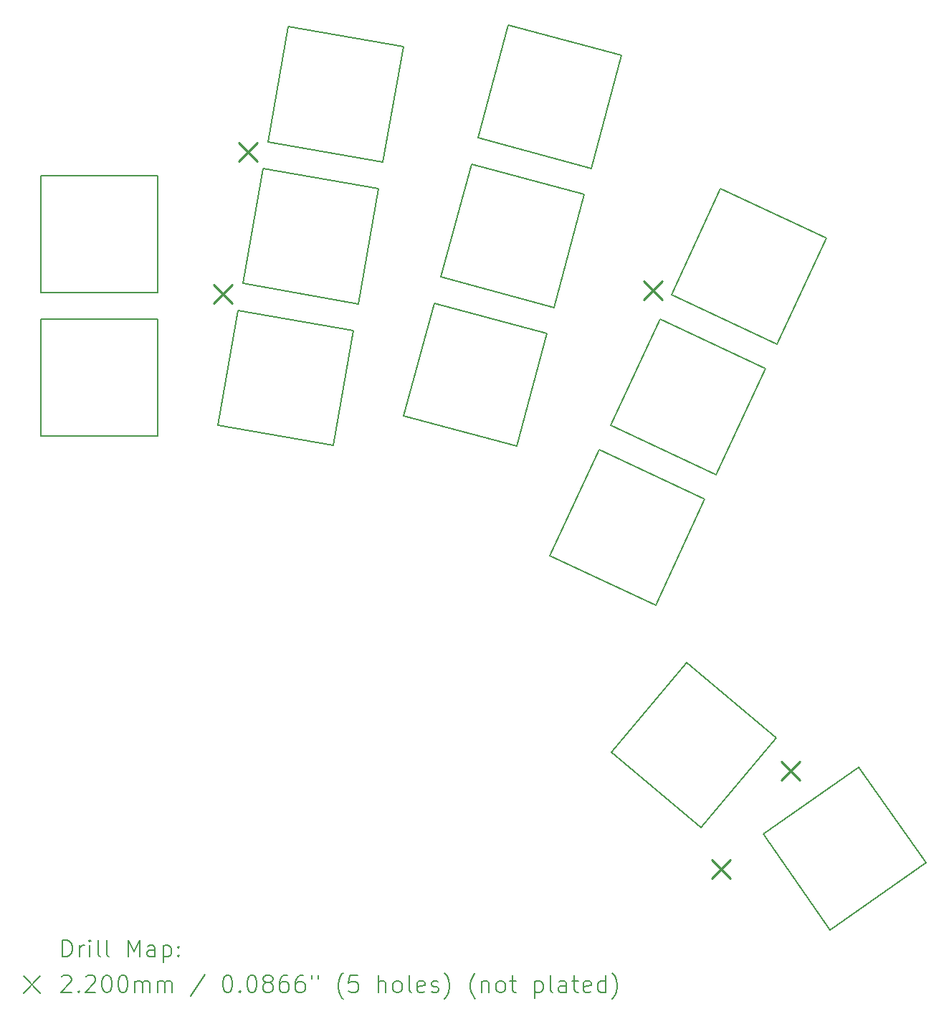
<source format=gbr>
%TF.GenerationSoftware,KiCad,Pcbnew,8.0.8+1*%
%TF.CreationDate,2025-05-19T02:25:45+00:00*%
%TF.ProjectId,frontplate,66726f6e-7470-46c6-9174-652e6b696361,0.2*%
%TF.SameCoordinates,Original*%
%TF.FileFunction,Drillmap*%
%TF.FilePolarity,Positive*%
%FSLAX45Y45*%
G04 Gerber Fmt 4.5, Leading zero omitted, Abs format (unit mm)*
G04 Created by KiCad (PCBNEW 8.0.8+1) date 2025-05-19 02:25:45*
%MOMM*%
%LPD*%
G01*
G04 APERTURE LIST*
%ADD10C,0.150000*%
%ADD11C,0.200000*%
%ADD12C,0.220000*%
G04 APERTURE END LIST*
D10*
X9310000Y-8990000D02*
X10690000Y-8990000D01*
X10690000Y-8990000D02*
X10690000Y-7610000D01*
X10690000Y-7610000D02*
X9310000Y-7610000D01*
X9310000Y-7610000D02*
X9310000Y-8990000D01*
X9310000Y-7290000D02*
X10690000Y-7290000D01*
X10690000Y-7290000D02*
X10690000Y-5910000D01*
X10690000Y-5910000D02*
X9310000Y-5910000D01*
X9310000Y-5910000D02*
X9310000Y-7290000D01*
X11400665Y-8859700D02*
X12759700Y-9099335D01*
X12759700Y-9099335D02*
X12999335Y-7740300D01*
X12999335Y-7740300D02*
X11640300Y-7500665D01*
X11640300Y-7500665D02*
X11400665Y-8859700D01*
X11695867Y-7185527D02*
X13054902Y-7425161D01*
X13054902Y-7425161D02*
X13294536Y-6066127D01*
X13294536Y-6066127D02*
X11935502Y-5826492D01*
X11935502Y-5826492D02*
X11695867Y-7185527D01*
X11991069Y-5511354D02*
X13350104Y-5750988D01*
X13350104Y-5750988D02*
X13589738Y-4391954D01*
X13589738Y-4391954D02*
X12230704Y-4152319D01*
X12230704Y-4152319D02*
X11991069Y-5511354D01*
X13595304Y-8751386D02*
X14928281Y-9108557D01*
X14928281Y-9108557D02*
X15285451Y-7775579D01*
X15285451Y-7775579D02*
X13952474Y-7418409D01*
X13952474Y-7418409D02*
X13595304Y-8751386D01*
X14035296Y-7109312D02*
X15368274Y-7466483D01*
X15368274Y-7466483D02*
X15725444Y-6133505D01*
X15725444Y-6133505D02*
X14392466Y-5776335D01*
X14392466Y-5776335D02*
X14035296Y-7109312D01*
X14475288Y-5467239D02*
X15808266Y-5824409D01*
X15808266Y-5824409D02*
X16165436Y-4491431D01*
X16165436Y-4491431D02*
X14832459Y-4134261D01*
X14832459Y-4134261D02*
X14475288Y-5467239D01*
X15318461Y-10398186D02*
X16569166Y-10981399D01*
X16569166Y-10981399D02*
X17152379Y-9730694D01*
X17152379Y-9730694D02*
X15901674Y-9147481D01*
X15901674Y-9147481D02*
X15318461Y-10398186D01*
X16036912Y-8857463D02*
X17287617Y-9440676D01*
X17287617Y-9440676D02*
X17870830Y-8189971D01*
X17870830Y-8189971D02*
X16620125Y-7606758D01*
X16620125Y-7606758D02*
X16036912Y-8857463D01*
X16755363Y-7316739D02*
X18006068Y-7899952D01*
X18006068Y-7899952D02*
X18589281Y-6649248D01*
X18589281Y-6649248D02*
X17338576Y-6066035D01*
X17338576Y-6066035D02*
X16755363Y-7316739D01*
X17106585Y-13609863D02*
X17993632Y-12552721D01*
X17993632Y-12552721D02*
X16936490Y-11665674D01*
X16936490Y-11665674D02*
X16049443Y-12722816D01*
X16049443Y-12722816D02*
X17106585Y-13609863D01*
X18632651Y-14815811D02*
X19763081Y-14024276D01*
X19763081Y-14024276D02*
X18971546Y-12893846D01*
X18971546Y-12893846D02*
X17841116Y-13685382D01*
X17841116Y-13685382D02*
X18632651Y-14815811D01*
D11*
D12*
X11351274Y-7196630D02*
X11571274Y-7416630D01*
X11571274Y-7196630D02*
X11351274Y-7416630D01*
X11646476Y-5522457D02*
X11866476Y-5742457D01*
X11866476Y-5522457D02*
X11646476Y-5742457D01*
X16432656Y-7158418D02*
X16652656Y-7378418D01*
X16652656Y-7158418D02*
X16432656Y-7378418D01*
X17232875Y-13987123D02*
X17452875Y-14207123D01*
X17452875Y-13987123D02*
X17232875Y-14207123D01*
X18053650Y-12833031D02*
X18273650Y-13053031D01*
X18273650Y-12833031D02*
X18053650Y-13053031D01*
D11*
X9563277Y-15134795D02*
X9563277Y-14934795D01*
X9563277Y-14934795D02*
X9610896Y-14934795D01*
X9610896Y-14934795D02*
X9639467Y-14944319D01*
X9639467Y-14944319D02*
X9658515Y-14963367D01*
X9658515Y-14963367D02*
X9668039Y-14982414D01*
X9668039Y-14982414D02*
X9677563Y-15020509D01*
X9677563Y-15020509D02*
X9677563Y-15049081D01*
X9677563Y-15049081D02*
X9668039Y-15087176D01*
X9668039Y-15087176D02*
X9658515Y-15106224D01*
X9658515Y-15106224D02*
X9639467Y-15125271D01*
X9639467Y-15125271D02*
X9610896Y-15134795D01*
X9610896Y-15134795D02*
X9563277Y-15134795D01*
X9763277Y-15134795D02*
X9763277Y-15001462D01*
X9763277Y-15039557D02*
X9772801Y-15020509D01*
X9772801Y-15020509D02*
X9782324Y-15010986D01*
X9782324Y-15010986D02*
X9801372Y-15001462D01*
X9801372Y-15001462D02*
X9820420Y-15001462D01*
X9887086Y-15134795D02*
X9887086Y-15001462D01*
X9887086Y-14934795D02*
X9877563Y-14944319D01*
X9877563Y-14944319D02*
X9887086Y-14953843D01*
X9887086Y-14953843D02*
X9896610Y-14944319D01*
X9896610Y-14944319D02*
X9887086Y-14934795D01*
X9887086Y-14934795D02*
X9887086Y-14953843D01*
X10010896Y-15134795D02*
X9991848Y-15125271D01*
X9991848Y-15125271D02*
X9982324Y-15106224D01*
X9982324Y-15106224D02*
X9982324Y-14934795D01*
X10115658Y-15134795D02*
X10096610Y-15125271D01*
X10096610Y-15125271D02*
X10087086Y-15106224D01*
X10087086Y-15106224D02*
X10087086Y-14934795D01*
X10344229Y-15134795D02*
X10344229Y-14934795D01*
X10344229Y-14934795D02*
X10410896Y-15077652D01*
X10410896Y-15077652D02*
X10477563Y-14934795D01*
X10477563Y-14934795D02*
X10477563Y-15134795D01*
X10658515Y-15134795D02*
X10658515Y-15030033D01*
X10658515Y-15030033D02*
X10648991Y-15010986D01*
X10648991Y-15010986D02*
X10629944Y-15001462D01*
X10629944Y-15001462D02*
X10591848Y-15001462D01*
X10591848Y-15001462D02*
X10572801Y-15010986D01*
X10658515Y-15125271D02*
X10639467Y-15134795D01*
X10639467Y-15134795D02*
X10591848Y-15134795D01*
X10591848Y-15134795D02*
X10572801Y-15125271D01*
X10572801Y-15125271D02*
X10563277Y-15106224D01*
X10563277Y-15106224D02*
X10563277Y-15087176D01*
X10563277Y-15087176D02*
X10572801Y-15068129D01*
X10572801Y-15068129D02*
X10591848Y-15058605D01*
X10591848Y-15058605D02*
X10639467Y-15058605D01*
X10639467Y-15058605D02*
X10658515Y-15049081D01*
X10753753Y-15001462D02*
X10753753Y-15201462D01*
X10753753Y-15010986D02*
X10772801Y-15001462D01*
X10772801Y-15001462D02*
X10810896Y-15001462D01*
X10810896Y-15001462D02*
X10829944Y-15010986D01*
X10829944Y-15010986D02*
X10839467Y-15020509D01*
X10839467Y-15020509D02*
X10848991Y-15039557D01*
X10848991Y-15039557D02*
X10848991Y-15096700D01*
X10848991Y-15096700D02*
X10839467Y-15115748D01*
X10839467Y-15115748D02*
X10829944Y-15125271D01*
X10829944Y-15125271D02*
X10810896Y-15134795D01*
X10810896Y-15134795D02*
X10772801Y-15134795D01*
X10772801Y-15134795D02*
X10753753Y-15125271D01*
X10934705Y-15115748D02*
X10944229Y-15125271D01*
X10944229Y-15125271D02*
X10934705Y-15134795D01*
X10934705Y-15134795D02*
X10925182Y-15125271D01*
X10925182Y-15125271D02*
X10934705Y-15115748D01*
X10934705Y-15115748D02*
X10934705Y-15134795D01*
X10934705Y-15010986D02*
X10944229Y-15020509D01*
X10944229Y-15020509D02*
X10934705Y-15030033D01*
X10934705Y-15030033D02*
X10925182Y-15020509D01*
X10925182Y-15020509D02*
X10934705Y-15010986D01*
X10934705Y-15010986D02*
X10934705Y-15030033D01*
X9102500Y-15363311D02*
X9302500Y-15563311D01*
X9302500Y-15363311D02*
X9102500Y-15563311D01*
X9553753Y-15373843D02*
X9563277Y-15364319D01*
X9563277Y-15364319D02*
X9582324Y-15354795D01*
X9582324Y-15354795D02*
X9629944Y-15354795D01*
X9629944Y-15354795D02*
X9648991Y-15364319D01*
X9648991Y-15364319D02*
X9658515Y-15373843D01*
X9658515Y-15373843D02*
X9668039Y-15392890D01*
X9668039Y-15392890D02*
X9668039Y-15411938D01*
X9668039Y-15411938D02*
X9658515Y-15440509D01*
X9658515Y-15440509D02*
X9544229Y-15554795D01*
X9544229Y-15554795D02*
X9668039Y-15554795D01*
X9753753Y-15535748D02*
X9763277Y-15545271D01*
X9763277Y-15545271D02*
X9753753Y-15554795D01*
X9753753Y-15554795D02*
X9744229Y-15545271D01*
X9744229Y-15545271D02*
X9753753Y-15535748D01*
X9753753Y-15535748D02*
X9753753Y-15554795D01*
X9839467Y-15373843D02*
X9848991Y-15364319D01*
X9848991Y-15364319D02*
X9868039Y-15354795D01*
X9868039Y-15354795D02*
X9915658Y-15354795D01*
X9915658Y-15354795D02*
X9934705Y-15364319D01*
X9934705Y-15364319D02*
X9944229Y-15373843D01*
X9944229Y-15373843D02*
X9953753Y-15392890D01*
X9953753Y-15392890D02*
X9953753Y-15411938D01*
X9953753Y-15411938D02*
X9944229Y-15440509D01*
X9944229Y-15440509D02*
X9829944Y-15554795D01*
X9829944Y-15554795D02*
X9953753Y-15554795D01*
X10077563Y-15354795D02*
X10096610Y-15354795D01*
X10096610Y-15354795D02*
X10115658Y-15364319D01*
X10115658Y-15364319D02*
X10125182Y-15373843D01*
X10125182Y-15373843D02*
X10134705Y-15392890D01*
X10134705Y-15392890D02*
X10144229Y-15430986D01*
X10144229Y-15430986D02*
X10144229Y-15478605D01*
X10144229Y-15478605D02*
X10134705Y-15516700D01*
X10134705Y-15516700D02*
X10125182Y-15535748D01*
X10125182Y-15535748D02*
X10115658Y-15545271D01*
X10115658Y-15545271D02*
X10096610Y-15554795D01*
X10096610Y-15554795D02*
X10077563Y-15554795D01*
X10077563Y-15554795D02*
X10058515Y-15545271D01*
X10058515Y-15545271D02*
X10048991Y-15535748D01*
X10048991Y-15535748D02*
X10039467Y-15516700D01*
X10039467Y-15516700D02*
X10029944Y-15478605D01*
X10029944Y-15478605D02*
X10029944Y-15430986D01*
X10029944Y-15430986D02*
X10039467Y-15392890D01*
X10039467Y-15392890D02*
X10048991Y-15373843D01*
X10048991Y-15373843D02*
X10058515Y-15364319D01*
X10058515Y-15364319D02*
X10077563Y-15354795D01*
X10268039Y-15354795D02*
X10287086Y-15354795D01*
X10287086Y-15354795D02*
X10306134Y-15364319D01*
X10306134Y-15364319D02*
X10315658Y-15373843D01*
X10315658Y-15373843D02*
X10325182Y-15392890D01*
X10325182Y-15392890D02*
X10334705Y-15430986D01*
X10334705Y-15430986D02*
X10334705Y-15478605D01*
X10334705Y-15478605D02*
X10325182Y-15516700D01*
X10325182Y-15516700D02*
X10315658Y-15535748D01*
X10315658Y-15535748D02*
X10306134Y-15545271D01*
X10306134Y-15545271D02*
X10287086Y-15554795D01*
X10287086Y-15554795D02*
X10268039Y-15554795D01*
X10268039Y-15554795D02*
X10248991Y-15545271D01*
X10248991Y-15545271D02*
X10239467Y-15535748D01*
X10239467Y-15535748D02*
X10229944Y-15516700D01*
X10229944Y-15516700D02*
X10220420Y-15478605D01*
X10220420Y-15478605D02*
X10220420Y-15430986D01*
X10220420Y-15430986D02*
X10229944Y-15392890D01*
X10229944Y-15392890D02*
X10239467Y-15373843D01*
X10239467Y-15373843D02*
X10248991Y-15364319D01*
X10248991Y-15364319D02*
X10268039Y-15354795D01*
X10420420Y-15554795D02*
X10420420Y-15421462D01*
X10420420Y-15440509D02*
X10429944Y-15430986D01*
X10429944Y-15430986D02*
X10448991Y-15421462D01*
X10448991Y-15421462D02*
X10477563Y-15421462D01*
X10477563Y-15421462D02*
X10496610Y-15430986D01*
X10496610Y-15430986D02*
X10506134Y-15450033D01*
X10506134Y-15450033D02*
X10506134Y-15554795D01*
X10506134Y-15450033D02*
X10515658Y-15430986D01*
X10515658Y-15430986D02*
X10534705Y-15421462D01*
X10534705Y-15421462D02*
X10563277Y-15421462D01*
X10563277Y-15421462D02*
X10582325Y-15430986D01*
X10582325Y-15430986D02*
X10591848Y-15450033D01*
X10591848Y-15450033D02*
X10591848Y-15554795D01*
X10687086Y-15554795D02*
X10687086Y-15421462D01*
X10687086Y-15440509D02*
X10696610Y-15430986D01*
X10696610Y-15430986D02*
X10715658Y-15421462D01*
X10715658Y-15421462D02*
X10744229Y-15421462D01*
X10744229Y-15421462D02*
X10763277Y-15430986D01*
X10763277Y-15430986D02*
X10772801Y-15450033D01*
X10772801Y-15450033D02*
X10772801Y-15554795D01*
X10772801Y-15450033D02*
X10782325Y-15430986D01*
X10782325Y-15430986D02*
X10801372Y-15421462D01*
X10801372Y-15421462D02*
X10829944Y-15421462D01*
X10829944Y-15421462D02*
X10848991Y-15430986D01*
X10848991Y-15430986D02*
X10858515Y-15450033D01*
X10858515Y-15450033D02*
X10858515Y-15554795D01*
X11248991Y-15345271D02*
X11077563Y-15602414D01*
X11506134Y-15354795D02*
X11525182Y-15354795D01*
X11525182Y-15354795D02*
X11544229Y-15364319D01*
X11544229Y-15364319D02*
X11553753Y-15373843D01*
X11553753Y-15373843D02*
X11563277Y-15392890D01*
X11563277Y-15392890D02*
X11572801Y-15430986D01*
X11572801Y-15430986D02*
X11572801Y-15478605D01*
X11572801Y-15478605D02*
X11563277Y-15516700D01*
X11563277Y-15516700D02*
X11553753Y-15535748D01*
X11553753Y-15535748D02*
X11544229Y-15545271D01*
X11544229Y-15545271D02*
X11525182Y-15554795D01*
X11525182Y-15554795D02*
X11506134Y-15554795D01*
X11506134Y-15554795D02*
X11487086Y-15545271D01*
X11487086Y-15545271D02*
X11477563Y-15535748D01*
X11477563Y-15535748D02*
X11468039Y-15516700D01*
X11468039Y-15516700D02*
X11458515Y-15478605D01*
X11458515Y-15478605D02*
X11458515Y-15430986D01*
X11458515Y-15430986D02*
X11468039Y-15392890D01*
X11468039Y-15392890D02*
X11477563Y-15373843D01*
X11477563Y-15373843D02*
X11487086Y-15364319D01*
X11487086Y-15364319D02*
X11506134Y-15354795D01*
X11658515Y-15535748D02*
X11668039Y-15545271D01*
X11668039Y-15545271D02*
X11658515Y-15554795D01*
X11658515Y-15554795D02*
X11648991Y-15545271D01*
X11648991Y-15545271D02*
X11658515Y-15535748D01*
X11658515Y-15535748D02*
X11658515Y-15554795D01*
X11791848Y-15354795D02*
X11810896Y-15354795D01*
X11810896Y-15354795D02*
X11829944Y-15364319D01*
X11829944Y-15364319D02*
X11839467Y-15373843D01*
X11839467Y-15373843D02*
X11848991Y-15392890D01*
X11848991Y-15392890D02*
X11858515Y-15430986D01*
X11858515Y-15430986D02*
X11858515Y-15478605D01*
X11858515Y-15478605D02*
X11848991Y-15516700D01*
X11848991Y-15516700D02*
X11839467Y-15535748D01*
X11839467Y-15535748D02*
X11829944Y-15545271D01*
X11829944Y-15545271D02*
X11810896Y-15554795D01*
X11810896Y-15554795D02*
X11791848Y-15554795D01*
X11791848Y-15554795D02*
X11772801Y-15545271D01*
X11772801Y-15545271D02*
X11763277Y-15535748D01*
X11763277Y-15535748D02*
X11753753Y-15516700D01*
X11753753Y-15516700D02*
X11744229Y-15478605D01*
X11744229Y-15478605D02*
X11744229Y-15430986D01*
X11744229Y-15430986D02*
X11753753Y-15392890D01*
X11753753Y-15392890D02*
X11763277Y-15373843D01*
X11763277Y-15373843D02*
X11772801Y-15364319D01*
X11772801Y-15364319D02*
X11791848Y-15354795D01*
X11972801Y-15440509D02*
X11953753Y-15430986D01*
X11953753Y-15430986D02*
X11944229Y-15421462D01*
X11944229Y-15421462D02*
X11934706Y-15402414D01*
X11934706Y-15402414D02*
X11934706Y-15392890D01*
X11934706Y-15392890D02*
X11944229Y-15373843D01*
X11944229Y-15373843D02*
X11953753Y-15364319D01*
X11953753Y-15364319D02*
X11972801Y-15354795D01*
X11972801Y-15354795D02*
X12010896Y-15354795D01*
X12010896Y-15354795D02*
X12029944Y-15364319D01*
X12029944Y-15364319D02*
X12039467Y-15373843D01*
X12039467Y-15373843D02*
X12048991Y-15392890D01*
X12048991Y-15392890D02*
X12048991Y-15402414D01*
X12048991Y-15402414D02*
X12039467Y-15421462D01*
X12039467Y-15421462D02*
X12029944Y-15430986D01*
X12029944Y-15430986D02*
X12010896Y-15440509D01*
X12010896Y-15440509D02*
X11972801Y-15440509D01*
X11972801Y-15440509D02*
X11953753Y-15450033D01*
X11953753Y-15450033D02*
X11944229Y-15459557D01*
X11944229Y-15459557D02*
X11934706Y-15478605D01*
X11934706Y-15478605D02*
X11934706Y-15516700D01*
X11934706Y-15516700D02*
X11944229Y-15535748D01*
X11944229Y-15535748D02*
X11953753Y-15545271D01*
X11953753Y-15545271D02*
X11972801Y-15554795D01*
X11972801Y-15554795D02*
X12010896Y-15554795D01*
X12010896Y-15554795D02*
X12029944Y-15545271D01*
X12029944Y-15545271D02*
X12039467Y-15535748D01*
X12039467Y-15535748D02*
X12048991Y-15516700D01*
X12048991Y-15516700D02*
X12048991Y-15478605D01*
X12048991Y-15478605D02*
X12039467Y-15459557D01*
X12039467Y-15459557D02*
X12029944Y-15450033D01*
X12029944Y-15450033D02*
X12010896Y-15440509D01*
X12220420Y-15354795D02*
X12182325Y-15354795D01*
X12182325Y-15354795D02*
X12163277Y-15364319D01*
X12163277Y-15364319D02*
X12153753Y-15373843D01*
X12153753Y-15373843D02*
X12134706Y-15402414D01*
X12134706Y-15402414D02*
X12125182Y-15440509D01*
X12125182Y-15440509D02*
X12125182Y-15516700D01*
X12125182Y-15516700D02*
X12134706Y-15535748D01*
X12134706Y-15535748D02*
X12144229Y-15545271D01*
X12144229Y-15545271D02*
X12163277Y-15554795D01*
X12163277Y-15554795D02*
X12201372Y-15554795D01*
X12201372Y-15554795D02*
X12220420Y-15545271D01*
X12220420Y-15545271D02*
X12229944Y-15535748D01*
X12229944Y-15535748D02*
X12239467Y-15516700D01*
X12239467Y-15516700D02*
X12239467Y-15469081D01*
X12239467Y-15469081D02*
X12229944Y-15450033D01*
X12229944Y-15450033D02*
X12220420Y-15440509D01*
X12220420Y-15440509D02*
X12201372Y-15430986D01*
X12201372Y-15430986D02*
X12163277Y-15430986D01*
X12163277Y-15430986D02*
X12144229Y-15440509D01*
X12144229Y-15440509D02*
X12134706Y-15450033D01*
X12134706Y-15450033D02*
X12125182Y-15469081D01*
X12410896Y-15354795D02*
X12372801Y-15354795D01*
X12372801Y-15354795D02*
X12353753Y-15364319D01*
X12353753Y-15364319D02*
X12344229Y-15373843D01*
X12344229Y-15373843D02*
X12325182Y-15402414D01*
X12325182Y-15402414D02*
X12315658Y-15440509D01*
X12315658Y-15440509D02*
X12315658Y-15516700D01*
X12315658Y-15516700D02*
X12325182Y-15535748D01*
X12325182Y-15535748D02*
X12334706Y-15545271D01*
X12334706Y-15545271D02*
X12353753Y-15554795D01*
X12353753Y-15554795D02*
X12391848Y-15554795D01*
X12391848Y-15554795D02*
X12410896Y-15545271D01*
X12410896Y-15545271D02*
X12420420Y-15535748D01*
X12420420Y-15535748D02*
X12429944Y-15516700D01*
X12429944Y-15516700D02*
X12429944Y-15469081D01*
X12429944Y-15469081D02*
X12420420Y-15450033D01*
X12420420Y-15450033D02*
X12410896Y-15440509D01*
X12410896Y-15440509D02*
X12391848Y-15430986D01*
X12391848Y-15430986D02*
X12353753Y-15430986D01*
X12353753Y-15430986D02*
X12334706Y-15440509D01*
X12334706Y-15440509D02*
X12325182Y-15450033D01*
X12325182Y-15450033D02*
X12315658Y-15469081D01*
X12506134Y-15354795D02*
X12506134Y-15392890D01*
X12582325Y-15354795D02*
X12582325Y-15392890D01*
X12877563Y-15630986D02*
X12868039Y-15621462D01*
X12868039Y-15621462D02*
X12848991Y-15592890D01*
X12848991Y-15592890D02*
X12839468Y-15573843D01*
X12839468Y-15573843D02*
X12829944Y-15545271D01*
X12829944Y-15545271D02*
X12820420Y-15497652D01*
X12820420Y-15497652D02*
X12820420Y-15459557D01*
X12820420Y-15459557D02*
X12829944Y-15411938D01*
X12829944Y-15411938D02*
X12839468Y-15383367D01*
X12839468Y-15383367D02*
X12848991Y-15364319D01*
X12848991Y-15364319D02*
X12868039Y-15335748D01*
X12868039Y-15335748D02*
X12877563Y-15326224D01*
X13048991Y-15354795D02*
X12953753Y-15354795D01*
X12953753Y-15354795D02*
X12944229Y-15450033D01*
X12944229Y-15450033D02*
X12953753Y-15440509D01*
X12953753Y-15440509D02*
X12972801Y-15430986D01*
X12972801Y-15430986D02*
X13020420Y-15430986D01*
X13020420Y-15430986D02*
X13039468Y-15440509D01*
X13039468Y-15440509D02*
X13048991Y-15450033D01*
X13048991Y-15450033D02*
X13058515Y-15469081D01*
X13058515Y-15469081D02*
X13058515Y-15516700D01*
X13058515Y-15516700D02*
X13048991Y-15535748D01*
X13048991Y-15535748D02*
X13039468Y-15545271D01*
X13039468Y-15545271D02*
X13020420Y-15554795D01*
X13020420Y-15554795D02*
X12972801Y-15554795D01*
X12972801Y-15554795D02*
X12953753Y-15545271D01*
X12953753Y-15545271D02*
X12944229Y-15535748D01*
X13296610Y-15554795D02*
X13296610Y-15354795D01*
X13382325Y-15554795D02*
X13382325Y-15450033D01*
X13382325Y-15450033D02*
X13372801Y-15430986D01*
X13372801Y-15430986D02*
X13353753Y-15421462D01*
X13353753Y-15421462D02*
X13325182Y-15421462D01*
X13325182Y-15421462D02*
X13306134Y-15430986D01*
X13306134Y-15430986D02*
X13296610Y-15440509D01*
X13506134Y-15554795D02*
X13487087Y-15545271D01*
X13487087Y-15545271D02*
X13477563Y-15535748D01*
X13477563Y-15535748D02*
X13468039Y-15516700D01*
X13468039Y-15516700D02*
X13468039Y-15459557D01*
X13468039Y-15459557D02*
X13477563Y-15440509D01*
X13477563Y-15440509D02*
X13487087Y-15430986D01*
X13487087Y-15430986D02*
X13506134Y-15421462D01*
X13506134Y-15421462D02*
X13534706Y-15421462D01*
X13534706Y-15421462D02*
X13553753Y-15430986D01*
X13553753Y-15430986D02*
X13563277Y-15440509D01*
X13563277Y-15440509D02*
X13572801Y-15459557D01*
X13572801Y-15459557D02*
X13572801Y-15516700D01*
X13572801Y-15516700D02*
X13563277Y-15535748D01*
X13563277Y-15535748D02*
X13553753Y-15545271D01*
X13553753Y-15545271D02*
X13534706Y-15554795D01*
X13534706Y-15554795D02*
X13506134Y-15554795D01*
X13687087Y-15554795D02*
X13668039Y-15545271D01*
X13668039Y-15545271D02*
X13658515Y-15526224D01*
X13658515Y-15526224D02*
X13658515Y-15354795D01*
X13839468Y-15545271D02*
X13820420Y-15554795D01*
X13820420Y-15554795D02*
X13782325Y-15554795D01*
X13782325Y-15554795D02*
X13763277Y-15545271D01*
X13763277Y-15545271D02*
X13753753Y-15526224D01*
X13753753Y-15526224D02*
X13753753Y-15450033D01*
X13753753Y-15450033D02*
X13763277Y-15430986D01*
X13763277Y-15430986D02*
X13782325Y-15421462D01*
X13782325Y-15421462D02*
X13820420Y-15421462D01*
X13820420Y-15421462D02*
X13839468Y-15430986D01*
X13839468Y-15430986D02*
X13848991Y-15450033D01*
X13848991Y-15450033D02*
X13848991Y-15469081D01*
X13848991Y-15469081D02*
X13753753Y-15488129D01*
X13925182Y-15545271D02*
X13944230Y-15554795D01*
X13944230Y-15554795D02*
X13982325Y-15554795D01*
X13982325Y-15554795D02*
X14001372Y-15545271D01*
X14001372Y-15545271D02*
X14010896Y-15526224D01*
X14010896Y-15526224D02*
X14010896Y-15516700D01*
X14010896Y-15516700D02*
X14001372Y-15497652D01*
X14001372Y-15497652D02*
X13982325Y-15488129D01*
X13982325Y-15488129D02*
X13953753Y-15488129D01*
X13953753Y-15488129D02*
X13934706Y-15478605D01*
X13934706Y-15478605D02*
X13925182Y-15459557D01*
X13925182Y-15459557D02*
X13925182Y-15450033D01*
X13925182Y-15450033D02*
X13934706Y-15430986D01*
X13934706Y-15430986D02*
X13953753Y-15421462D01*
X13953753Y-15421462D02*
X13982325Y-15421462D01*
X13982325Y-15421462D02*
X14001372Y-15430986D01*
X14077563Y-15630986D02*
X14087087Y-15621462D01*
X14087087Y-15621462D02*
X14106134Y-15592890D01*
X14106134Y-15592890D02*
X14115658Y-15573843D01*
X14115658Y-15573843D02*
X14125182Y-15545271D01*
X14125182Y-15545271D02*
X14134706Y-15497652D01*
X14134706Y-15497652D02*
X14134706Y-15459557D01*
X14134706Y-15459557D02*
X14125182Y-15411938D01*
X14125182Y-15411938D02*
X14115658Y-15383367D01*
X14115658Y-15383367D02*
X14106134Y-15364319D01*
X14106134Y-15364319D02*
X14087087Y-15335748D01*
X14087087Y-15335748D02*
X14077563Y-15326224D01*
X14439468Y-15630986D02*
X14429944Y-15621462D01*
X14429944Y-15621462D02*
X14410896Y-15592890D01*
X14410896Y-15592890D02*
X14401372Y-15573843D01*
X14401372Y-15573843D02*
X14391849Y-15545271D01*
X14391849Y-15545271D02*
X14382325Y-15497652D01*
X14382325Y-15497652D02*
X14382325Y-15459557D01*
X14382325Y-15459557D02*
X14391849Y-15411938D01*
X14391849Y-15411938D02*
X14401372Y-15383367D01*
X14401372Y-15383367D02*
X14410896Y-15364319D01*
X14410896Y-15364319D02*
X14429944Y-15335748D01*
X14429944Y-15335748D02*
X14439468Y-15326224D01*
X14515658Y-15421462D02*
X14515658Y-15554795D01*
X14515658Y-15440509D02*
X14525182Y-15430986D01*
X14525182Y-15430986D02*
X14544230Y-15421462D01*
X14544230Y-15421462D02*
X14572801Y-15421462D01*
X14572801Y-15421462D02*
X14591849Y-15430986D01*
X14591849Y-15430986D02*
X14601372Y-15450033D01*
X14601372Y-15450033D02*
X14601372Y-15554795D01*
X14725182Y-15554795D02*
X14706134Y-15545271D01*
X14706134Y-15545271D02*
X14696611Y-15535748D01*
X14696611Y-15535748D02*
X14687087Y-15516700D01*
X14687087Y-15516700D02*
X14687087Y-15459557D01*
X14687087Y-15459557D02*
X14696611Y-15440509D01*
X14696611Y-15440509D02*
X14706134Y-15430986D01*
X14706134Y-15430986D02*
X14725182Y-15421462D01*
X14725182Y-15421462D02*
X14753753Y-15421462D01*
X14753753Y-15421462D02*
X14772801Y-15430986D01*
X14772801Y-15430986D02*
X14782325Y-15440509D01*
X14782325Y-15440509D02*
X14791849Y-15459557D01*
X14791849Y-15459557D02*
X14791849Y-15516700D01*
X14791849Y-15516700D02*
X14782325Y-15535748D01*
X14782325Y-15535748D02*
X14772801Y-15545271D01*
X14772801Y-15545271D02*
X14753753Y-15554795D01*
X14753753Y-15554795D02*
X14725182Y-15554795D01*
X14848992Y-15421462D02*
X14925182Y-15421462D01*
X14877563Y-15354795D02*
X14877563Y-15526224D01*
X14877563Y-15526224D02*
X14887087Y-15545271D01*
X14887087Y-15545271D02*
X14906134Y-15554795D01*
X14906134Y-15554795D02*
X14925182Y-15554795D01*
X15144230Y-15421462D02*
X15144230Y-15621462D01*
X15144230Y-15430986D02*
X15163277Y-15421462D01*
X15163277Y-15421462D02*
X15201373Y-15421462D01*
X15201373Y-15421462D02*
X15220420Y-15430986D01*
X15220420Y-15430986D02*
X15229944Y-15440509D01*
X15229944Y-15440509D02*
X15239468Y-15459557D01*
X15239468Y-15459557D02*
X15239468Y-15516700D01*
X15239468Y-15516700D02*
X15229944Y-15535748D01*
X15229944Y-15535748D02*
X15220420Y-15545271D01*
X15220420Y-15545271D02*
X15201373Y-15554795D01*
X15201373Y-15554795D02*
X15163277Y-15554795D01*
X15163277Y-15554795D02*
X15144230Y-15545271D01*
X15353753Y-15554795D02*
X15334706Y-15545271D01*
X15334706Y-15545271D02*
X15325182Y-15526224D01*
X15325182Y-15526224D02*
X15325182Y-15354795D01*
X15515658Y-15554795D02*
X15515658Y-15450033D01*
X15515658Y-15450033D02*
X15506134Y-15430986D01*
X15506134Y-15430986D02*
X15487087Y-15421462D01*
X15487087Y-15421462D02*
X15448992Y-15421462D01*
X15448992Y-15421462D02*
X15429944Y-15430986D01*
X15515658Y-15545271D02*
X15496611Y-15554795D01*
X15496611Y-15554795D02*
X15448992Y-15554795D01*
X15448992Y-15554795D02*
X15429944Y-15545271D01*
X15429944Y-15545271D02*
X15420420Y-15526224D01*
X15420420Y-15526224D02*
X15420420Y-15507176D01*
X15420420Y-15507176D02*
X15429944Y-15488129D01*
X15429944Y-15488129D02*
X15448992Y-15478605D01*
X15448992Y-15478605D02*
X15496611Y-15478605D01*
X15496611Y-15478605D02*
X15515658Y-15469081D01*
X15582325Y-15421462D02*
X15658515Y-15421462D01*
X15610896Y-15354795D02*
X15610896Y-15526224D01*
X15610896Y-15526224D02*
X15620420Y-15545271D01*
X15620420Y-15545271D02*
X15639468Y-15554795D01*
X15639468Y-15554795D02*
X15658515Y-15554795D01*
X15801373Y-15545271D02*
X15782325Y-15554795D01*
X15782325Y-15554795D02*
X15744230Y-15554795D01*
X15744230Y-15554795D02*
X15725182Y-15545271D01*
X15725182Y-15545271D02*
X15715658Y-15526224D01*
X15715658Y-15526224D02*
X15715658Y-15450033D01*
X15715658Y-15450033D02*
X15725182Y-15430986D01*
X15725182Y-15430986D02*
X15744230Y-15421462D01*
X15744230Y-15421462D02*
X15782325Y-15421462D01*
X15782325Y-15421462D02*
X15801373Y-15430986D01*
X15801373Y-15430986D02*
X15810896Y-15450033D01*
X15810896Y-15450033D02*
X15810896Y-15469081D01*
X15810896Y-15469081D02*
X15715658Y-15488129D01*
X15982325Y-15554795D02*
X15982325Y-15354795D01*
X15982325Y-15545271D02*
X15963277Y-15554795D01*
X15963277Y-15554795D02*
X15925182Y-15554795D01*
X15925182Y-15554795D02*
X15906134Y-15545271D01*
X15906134Y-15545271D02*
X15896611Y-15535748D01*
X15896611Y-15535748D02*
X15887087Y-15516700D01*
X15887087Y-15516700D02*
X15887087Y-15459557D01*
X15887087Y-15459557D02*
X15896611Y-15440509D01*
X15896611Y-15440509D02*
X15906134Y-15430986D01*
X15906134Y-15430986D02*
X15925182Y-15421462D01*
X15925182Y-15421462D02*
X15963277Y-15421462D01*
X15963277Y-15421462D02*
X15982325Y-15430986D01*
X16058515Y-15630986D02*
X16068039Y-15621462D01*
X16068039Y-15621462D02*
X16087087Y-15592890D01*
X16087087Y-15592890D02*
X16096611Y-15573843D01*
X16096611Y-15573843D02*
X16106134Y-15545271D01*
X16106134Y-15545271D02*
X16115658Y-15497652D01*
X16115658Y-15497652D02*
X16115658Y-15459557D01*
X16115658Y-15459557D02*
X16106134Y-15411938D01*
X16106134Y-15411938D02*
X16096611Y-15383367D01*
X16096611Y-15383367D02*
X16087087Y-15364319D01*
X16087087Y-15364319D02*
X16068039Y-15335748D01*
X16068039Y-15335748D02*
X16058515Y-15326224D01*
M02*

</source>
